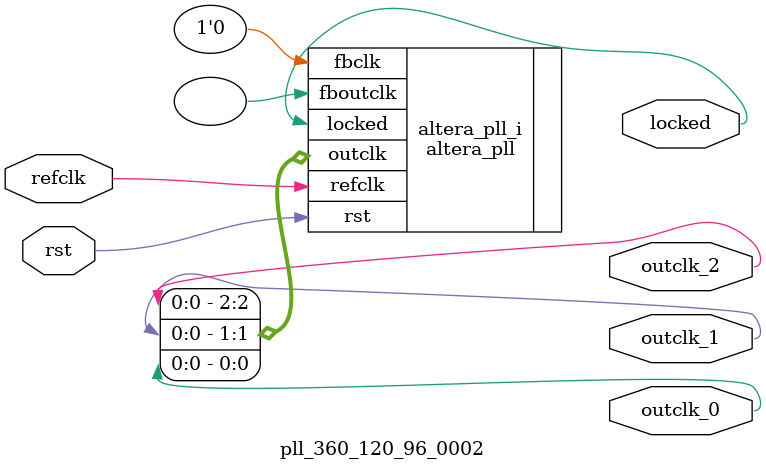
<source format=v>
`timescale 1ns/10ps
module  pll_360_120_96_0002(

	// interface 'refclk'
	input wire refclk,

	// interface 'reset'
	input wire rst,

	// interface 'outclk0'
	output wire outclk_0,

	// interface 'outclk1'
	output wire outclk_1,

	// interface 'outclk2'
	output wire outclk_2,

	// interface 'locked'
	output wire locked
);

	altera_pll #(
		.fractional_vco_multiplier("false"),
		.reference_clock_frequency("360.0 MHz"),
		.operation_mode("direct"),
		.number_of_clocks(3),
		.output_clock_frequency0("96.000000 MHz"),
		.phase_shift0("0 ps"),
		.duty_cycle0(50),
		.output_clock_frequency1("120.000000 MHz"),
		.phase_shift1("0 ps"),
		.duty_cycle1(50),
		.output_clock_frequency2("96.000000 MHz"),
		.phase_shift2("0 ps"),
		.duty_cycle2(50),
		.output_clock_frequency3("0 MHz"),
		.phase_shift3("0 ps"),
		.duty_cycle3(50),
		.output_clock_frequency4("0 MHz"),
		.phase_shift4("0 ps"),
		.duty_cycle4(50),
		.output_clock_frequency5("0 MHz"),
		.phase_shift5("0 ps"),
		.duty_cycle5(50),
		.output_clock_frequency6("0 MHz"),
		.phase_shift6("0 ps"),
		.duty_cycle6(50),
		.output_clock_frequency7("0 MHz"),
		.phase_shift7("0 ps"),
		.duty_cycle7(50),
		.output_clock_frequency8("0 MHz"),
		.phase_shift8("0 ps"),
		.duty_cycle8(50),
		.output_clock_frequency9("0 MHz"),
		.phase_shift9("0 ps"),
		.duty_cycle9(50),
		.output_clock_frequency10("0 MHz"),
		.phase_shift10("0 ps"),
		.duty_cycle10(50),
		.output_clock_frequency11("0 MHz"),
		.phase_shift11("0 ps"),
		.duty_cycle11(50),
		.output_clock_frequency12("0 MHz"),
		.phase_shift12("0 ps"),
		.duty_cycle12(50),
		.output_clock_frequency13("0 MHz"),
		.phase_shift13("0 ps"),
		.duty_cycle13(50),
		.output_clock_frequency14("0 MHz"),
		.phase_shift14("0 ps"),
		.duty_cycle14(50),
		.output_clock_frequency15("0 MHz"),
		.phase_shift15("0 ps"),
		.duty_cycle15(50),
		.output_clock_frequency16("0 MHz"),
		.phase_shift16("0 ps"),
		.duty_cycle16(50),
		.output_clock_frequency17("0 MHz"),
		.phase_shift17("0 ps"),
		.duty_cycle17(50),
		.pll_type("General"),
		.pll_subtype("General")
	) altera_pll_i (
		.rst	(rst),
		.outclk	({outclk_2, outclk_1, outclk_0}),
		.locked	(locked),
		.fboutclk	( ),
		.fbclk	(1'b0),
		.refclk	(refclk)
	);
endmodule


</source>
